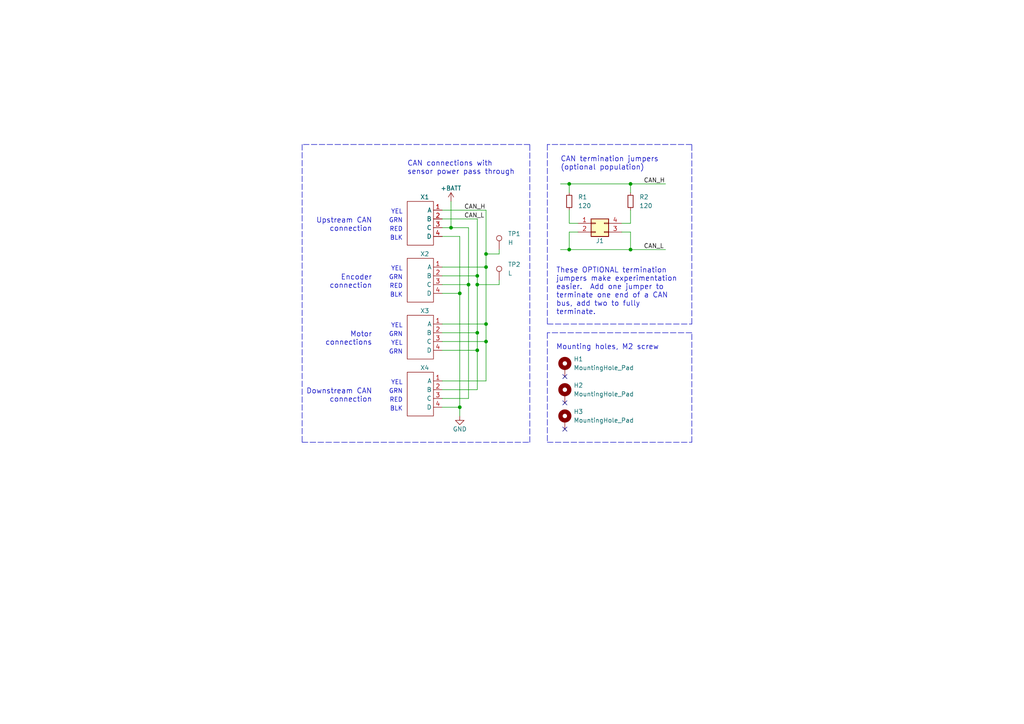
<source format=kicad_sch>
(kicad_sch (version 20211123) (generator eeschema)
  (paper "A4")
  (lib_symbols
    (symbol "Appreciate:WAGO_250-204"
      (property "Reference" "X" (at -1.27 7.62 0))
      (property "Value" "WAGO_250-204" (at -1.27 -7.62 0))
      (symbol "WAGO_250-204_0_1"
        (rectangle (start -5.08 6.35) (end 2.54 -6.35))
      )
      (symbol "WAGO_250-204_1_1"
        (pin bidirectional line (at 5.08 3.81 180) (length 2.54) (name "A") (number "1"))
        (pin bidirectional line (at 5.08 1.27 180) (length 2.54) (name "B") (number "2"))
        (pin bidirectional line (at 5.08 -1.27 180) (length 2.54) (name "C") (number "3"))
        (pin bidirectional line (at 5.08 -3.81 180) (length 2.54) (name "D") (number "4"))
      )
    )
    (symbol "Connector:TestPoint" (pin_numbers hide) (pin_names (offset 0.762) hide)
      (property "Reference" "TP" (at 0 6.858 0))
      (property "Value" "TestPoint" (at 0 5.08 0))
      (symbol "TestPoint_0_1"
        (circle (center 0 3.302) (radius 0.762))
      )
      (symbol "TestPoint_1_1"
        (pin passive line (at 0 0 90) (length 2.54) (name "1") (number "1"))
      )
    )
    (symbol "Connector_Generic:Conn_02x02_Counter_Clockwise" (pin_names (offset 1.016) hide)
      (property "Reference" "J" (at 1.27 2.54 0))
      (property "Value" "Conn_02x02_Counter_Clockwise" (at 1.27 -5.08 0))
      (symbol "Conn_02x02_Counter_Clockwise_1_1"
        (rectangle (start -1.27 -2.413) (end 0 -2.667) (stroke (width 0.1524)))
        (rectangle (start -1.27 0.127) (end 0 -0.127) (stroke (width 0.1524)))
        (rectangle (start -1.27 1.27) (end 3.81 -3.81) (stroke (width 0.254)) (fill (type background)))
        (rectangle (start 3.81 -2.413) (end 2.54 -2.667) (stroke (width 0.1524)))
        (rectangle (start 3.81 0.127) (end 2.54 -0.127) (stroke (width 0.1524)))
        (pin passive line (at -5.08 0 0) (length 3.81) (name "Pin_1") (number "1"))
        (pin passive line (at -5.08 -2.54 0) (length 3.81) (name "Pin_2") (number "2"))
        (pin passive line (at 7.62 -2.54 180) (length 3.81) (name "Pin_3") (number "3"))
        (pin passive line (at 7.62 0 180) (length 3.81) (name "Pin_4") (number "4"))
      )
    )
    (symbol "Device:R_Small" (pin_numbers hide) (pin_names (offset 0.254) hide)
      (property "Reference" "R" (at 0.762 0.508 0))
      (property "Value" "R_Small" (at 0.762 -1.016 0))
      (symbol "R_Small_0_1"
        (rectangle (start -0.762 1.778) (end 0.762 -1.778) (stroke (width 0.2032)))
      )
      (symbol "R_Small_1_1"
        (pin passive line (at 0 2.54 270) (length 0.762) (name "~") (number "1"))
        (pin passive line (at 0 -2.54 90) (length 0.762) (name "~") (number "2"))
      )
    )
    (symbol "Mechanical:MountingHole_Pad" (pin_numbers hide) (pin_names (offset 1.016) hide)
      (property "Reference" "H" (at 0 6.35 0))
      (property "Value" "MountingHole_Pad" (at 0 4.445 0))
      (symbol "MountingHole_Pad_0_1"
        (circle (center 0 1.27) (radius 1.27) (stroke (width 1.27)))
      )
      (symbol "MountingHole_Pad_1_1"
        (pin input line (at 0 -2.54 90) (length 2.54) (name "1") (number "1"))
      )
    )
    (symbol "power:+BATT" (power) (pin_names (offset 0))
      (property "Value" "+BATT" (at 0 3.556 0))
      (symbol "+BATT_0_1"
        (polyline (pts (xy -0.762 1.27) (xy 0 2.54)))
        (polyline (pts (xy 0 0) (xy 0 2.54)))
        (polyline (pts (xy 0 2.54) (xy 0.762 1.27)))
      )
      (symbol "+BATT_1_1"
        (pin power_in line (at 0 0 90) (length 0) hide (name "+BATT") (number "1"))
      )
    )
    (symbol "power:GND" (power) (pin_names (offset 0))
      (property "Value" "GND" (at 0 -3.81 0))
      (symbol "GND_0_1"
        (polyline (pts (xy 0 0) (xy 0 -1.27) (xy 1.27 -1.27) (xy 0 -2.54) (xy -1.27 -1.27) (xy 0 -1.27)))
      )
      (symbol "GND_1_1"
        (pin power_in line (at 0 0 270) (length 0) hide (name "GND") (number "1"))
      )
    )
  )
  (junction (at 182.88 53.34))
  (junction (at 138.43 80.01))
  (junction (at 140.97 99.06))
  (junction (at 138.43 82.55))
  (junction (at 133.35 118.11))
  (junction (at 135.89 82.55))
  (junction (at 140.97 73.66))
  (junction (at 138.43 96.52))
  (junction (at 165.1 72.39))
  (junction (at 138.43 101.6))
  (junction (at 130.81 66.04))
  (junction (at 140.97 77.47))
  (junction (at 140.97 93.98))
  (junction (at 182.88 72.39))
  (junction (at 165.1 53.34))
  (junction (at 133.35 85.09))
  (no_connect (at 163.83 116.84))
  (no_connect (at 163.83 124.46))
  (no_connect (at 163.83 109.22))
  (wire (pts (xy 182.88 72.39) (xy 193.04 72.39)))
  (wire (pts (xy 135.89 82.55) (xy 135.89 115.57)))
  (wire (pts (xy 128.27 60.96) (xy 140.97 60.96)))
  (wire (pts (xy 128.27 101.6) (xy 138.43 101.6)))
  (wire (pts (xy 182.88 64.77) (xy 182.88 60.96)))
  (wire (pts (xy 138.43 80.01) (xy 138.43 82.55)))
  (wire (pts (xy 140.97 77.47) (xy 140.97 93.98)))
  (wire (pts (xy 167.64 64.77) (xy 165.1 64.77)))
  (wire (pts (xy 144.78 72.39) (xy 144.78 73.66)))
  (wire (pts (xy 165.1 72.39) (xy 182.88 72.39)))
  (wire (pts (xy 133.35 118.11) (xy 133.35 120.65)))
  (wire (pts (xy 128.27 113.03) (xy 138.43 113.03)))
  (wire (pts (xy 144.78 81.28) (xy 144.78 82.55)))
  (polyline (pts (xy 200.66 93.98) (xy 200.66 41.91)))
  (wire (pts (xy 128.27 93.98) (xy 140.97 93.98)))
  (wire (pts (xy 140.97 99.06) (xy 140.97 110.49)))
  (wire (pts (xy 138.43 96.52) (xy 138.43 101.6)))
  (wire (pts (xy 128.27 80.01) (xy 138.43 80.01)))
  (wire (pts (xy 138.43 82.55) (xy 138.43 96.52)))
  (wire (pts (xy 138.43 63.5) (xy 138.43 80.01)))
  (wire (pts (xy 180.34 64.77) (xy 182.88 64.77)))
  (wire (pts (xy 162.56 72.39) (xy 165.1 72.39)))
  (wire (pts (xy 128.27 118.11) (xy 133.35 118.11)))
  (wire (pts (xy 182.88 53.34) (xy 182.88 55.88)))
  (wire (pts (xy 165.1 53.34) (xy 165.1 55.88)))
  (polyline (pts (xy 200.66 96.52) (xy 158.75 96.52)))
  (wire (pts (xy 128.27 66.04) (xy 130.81 66.04)))
  (polyline (pts (xy 200.66 41.91) (xy 158.75 41.91)))
  (polyline (pts (xy 158.75 93.98) (xy 200.66 93.98)))
  (wire (pts (xy 140.97 73.66) (xy 144.78 73.66)))
  (polyline (pts (xy 158.75 41.91) (xy 158.75 93.98)))
  (wire (pts (xy 128.27 68.58) (xy 133.35 68.58)))
  (wire (pts (xy 135.89 66.04) (xy 135.89 82.55)))
  (wire (pts (xy 165.1 64.77) (xy 165.1 60.96)))
  (polyline (pts (xy 87.63 41.91) (xy 87.63 128.27)))
  (wire (pts (xy 140.97 60.96) (xy 140.97 73.66)))
  (polyline (pts (xy 200.66 128.27) (xy 200.66 96.52)))
  (wire (pts (xy 165.1 67.31) (xy 165.1 72.39)))
  (wire (pts (xy 128.27 63.5) (xy 138.43 63.5)))
  (wire (pts (xy 128.27 99.06) (xy 140.97 99.06)))
  (polyline (pts (xy 153.67 41.91) (xy 87.63 41.91)))
  (wire (pts (xy 128.27 85.09) (xy 133.35 85.09)))
  (wire (pts (xy 130.81 66.04) (xy 135.89 66.04)))
  (wire (pts (xy 180.34 67.31) (xy 182.88 67.31)))
  (wire (pts (xy 128.27 77.47) (xy 140.97 77.47)))
  (wire (pts (xy 182.88 53.34) (xy 193.04 53.34)))
  (polyline (pts (xy 158.75 128.27) (xy 200.66 128.27)))
  (wire (pts (xy 165.1 53.34) (xy 182.88 53.34)))
  (polyline (pts (xy 158.75 96.52) (xy 158.75 128.27)))
  (polyline (pts (xy 153.67 128.27) (xy 153.67 41.91)))
  (wire (pts (xy 167.64 67.31) (xy 165.1 67.31)))
  (polyline (pts (xy 87.63 128.27) (xy 153.67 128.27)))
  (wire (pts (xy 140.97 93.98) (xy 140.97 99.06)))
  (wire (pts (xy 128.27 96.52) (xy 138.43 96.52)))
  (wire (pts (xy 133.35 68.58) (xy 133.35 85.09)))
  (wire (pts (xy 162.56 53.34) (xy 165.1 53.34)))
  (wire (pts (xy 138.43 101.6) (xy 138.43 113.03)))
  (wire (pts (xy 128.27 115.57) (xy 135.89 115.57)))
  (wire (pts (xy 138.43 82.55) (xy 144.78 82.55)))
  (wire (pts (xy 128.27 110.49) (xy 140.97 110.49)))
  (wire (pts (xy 140.97 73.66) (xy 140.97 77.47)))
  (wire (pts (xy 130.81 58.42) (xy 130.81 66.04)))
  (wire (pts (xy 182.88 67.31) (xy 182.88 72.39)))
  (wire (pts (xy 128.27 82.55) (xy 135.89 82.55)))
  (wire (pts (xy 133.35 85.09) (xy 133.35 118.11)))
  (text "BLK" (at 116.84 119.38 180) (effects (font (size 1.27 1.27)) (justify right bottom)))
  (text "GRN" (at 116.84 114.3 180) (effects (font (size 1.27 1.27)) (justify right bottom)))
  (text "GRN" (at 116.84 102.87 180) (effects (font (size 1.27 1.27)) (justify right bottom)))
  (text "YEL" (at 116.84 95.25 180) (effects (font (size 1.27 1.27)) (justify right bottom)))
  (text "CAN termination jumpers\n(optional population)" (at 162.56 49.53 0) (effects (font (size 1.5 1.5)) (justify left bottom)))
  (text "GRN" (at 116.84 81.28 180) (effects (font (size 1.27 1.27)) (justify right bottom)))
  (text "BLK" (at 116.84 86.36 180) (effects (font (size 1.27 1.27)) (justify right bottom)))
  (text "YEL" (at 116.84 62.23 180) (effects (font (size 1.27 1.27)) (justify right bottom)))
  (text "YEL" (at 116.84 100.33 180) (effects (font (size 1.27 1.27)) (justify right bottom)))
  (text "Encoder\nconnection" (at 107.95 83.82 180) (effects (font (size 1.5 1.5)) (justify right bottom)))
  (text "YEL" (at 116.84 111.76 180) (effects (font (size 1.27 1.27)) (justify right bottom)))
  (text "BLK" (at 116.84 69.85 180) (effects (font (size 1.27 1.27)) (justify right bottom)))
  (text "GRN" (at 116.84 64.77 180) (effects (font (size 1.27 1.27)) (justify right bottom)))
  (text "RED" (at 116.84 116.84 180) (effects (font (size 1.27 1.27)) (justify right bottom)))
  (text "Upstream CAN\nconnection" (at 107.95 67.31 180) (effects (font (size 1.5 1.5)) (justify right bottom)))
  (text "Mounting holes, M2 screw" (at 161.29 101.6 0) (effects (font (size 1.5 1.5)) (justify left bottom)))
  (text "These OPTIONAL termination\njumpers make experimentation\neasier.  Add one jumper to\nterminate one end of a CAN\nbus, add two to fully\nterminate." (at 161.29 91.44 0) (effects (font (size 1.5 1.5)) (justify left bottom)))
  (text "CAN connections with\nsensor power pass through" (at 118.11 50.8 0) (effects (font (size 1.5 1.5)) (justify left bottom)))
  (text "GRN" (at 116.84 97.79 180) (effects (font (size 1.27 1.27)) (justify right bottom)))
  (text "RED" (at 116.84 83.82 180) (effects (font (size 1.27 1.27)) (justify right bottom)))
  (text "RED" (at 116.84 67.31 180) (effects (font (size 1.27 1.27)) (justify right bottom)))
  (text "YEL" (at 116.84 78.74 180) (effects (font (size 1.27 1.27)) (justify right bottom)))
  (text "Motor\nconnections" (at 107.95 100.33 180) (effects (font (size 1.5 1.5)) (justify right bottom)))
  (text "Downstream CAN\nconnection" (at 107.95 116.84 180) (effects (font (size 1.5 1.5)) (justify right bottom)))
  (label "CAN_H" (at 186.69 53.34 0))
  (label "CAN_L" (at 186.69 72.39 0))
  (label "CAN_L" (at 134.62 63.5 0))
  (label "CAN_H" (at 134.62 60.96 0))
  (symbol (lib_id "Mechanical:MountingHole_Pad") (at 163.83 121.92 0) (unit 1)
    (property "Reference" "H3" (at 166.37 119.3799 0) (effects (justify left)))
    (property "Value" "MountingHole_Pad" (at 166.37 121.9199 0) (effects (justify left)))
    (property "Footprint" "MountingHole:MountingHole_2.2mm_M2_Pad" (effects hide))
  )
  (symbol (lib_id "Appreciate:WAGO_250-204") (at 123.19 81.28 0) (unit 1)
    (property "Reference" "X2" (at 123.19 73.66 0))
    (property "Value" "WAGO_250-204" (effects hide))
    (property "Footprint" "Appreciate:WAGO 250-204" (effects hide))
  )
  (symbol (lib_id "Appreciate:WAGO_250-204") (at 123.19 114.3 0) (unit 1)
    (property "Reference" "X4" (at 123.19 106.68 0))
    (property "Value" "WAGO_250-204" (effects hide))
    (property "Footprint" "Appreciate:WAGO 250-204" (effects hide))
  )
  (symbol (lib_id "Connector:TestPoint") (at 144.78 81.28 0) (unit 1)
    (property "Reference" "TP2" (at 147.32 76.7079 0) (effects (justify left)))
    (property "Value" "L" (at 147.32 79.2479 0) (effects (justify left)))
    (property "Footprint" "TestPoint:TestPoint_Pad_D1.5mm" (effects hide))
  )
  (symbol (lib_id "Mechanical:MountingHole_Pad") (at 163.83 106.68 0) (unit 1)
    (property "Reference" "H1" (at 166.37 104.1399 0) (effects (justify left)))
    (property "Value" "MountingHole_Pad" (at 166.37 106.6799 0) (effects (justify left)))
    (property "Footprint" "MountingHole:MountingHole_2.2mm_M2_Pad" (effects hide))
  )
  (symbol (lib_id "power:GND") (at 133.35 120.65 0) (unit 1)
    (property "Reference" "#PWR0102" (effects hide))
    (property "Value" "GND" (at 133.35 124.46 0))
  )
  (symbol (lib_id "Connector_Generic:Conn_02x02_Counter_Clockwise") (at 172.72 64.77 0) (unit 1)
    (property "Reference" "J1" (at 173.99 69.85 0))
    (property "Value" "Conn_02x02_Counter_Clockwise" (effects hide))
    (property "Footprint" "Connector_PinHeader_2.54mm:PinHeader_2x02_P2.54mm_Vertical" (effects hide))
  )
  (symbol (lib_id "Appreciate:WAGO_250-204") (at 123.19 97.79 0) (unit 1)
    (property "Reference" "X3" (at 123.19 90.17 0))
    (property "Value" "WAGO_250-204" (effects hide))
    (property "Footprint" "Appreciate:WAGO 250-204" (effects hide))
  )
  (symbol (lib_id "Appreciate:WAGO_250-204") (at 123.19 64.77 0) (unit 1)
    (property "Reference" "X1" (at 123.19 57.15 0))
    (property "Value" "WAGO_250-204" (effects hide))
    (property "Footprint" "Appreciate:WAGO 250-204" (effects hide))
  )
  (symbol (lib_id "Device:R_Small") (at 182.88 58.42 0) (unit 1)
    (property "Reference" "R2" (at 185.42 57.1499 0) (effects (justify left)))
    (property "Value" "120" (at 185.42 59.6899 0) (effects (justify left)))
    (property "Footprint" "Resistor_SMD:R_0805_2012Metric" (effects hide))
  )
  (symbol (lib_id "power:+BATT") (at 130.81 58.42 0) (unit 1)
    (property "Reference" "#PWR0101" (effects hide))
    (property "Value" "+BATT" (at 130.81 54.61 0))
  )
  (symbol (lib_id "Connector:TestPoint") (at 144.78 72.39 0) (unit 1)
    (property "Reference" "TP1" (at 147.32 67.8179 0) (effects (justify left)))
    (property "Value" "H" (at 147.32 70.3579 0) (effects (justify left)))
    (property "Footprint" "TestPoint:TestPoint_Pad_D1.5mm" (effects hide))
  )
  (symbol (lib_id "Mechanical:MountingHole_Pad") (at 163.83 114.3 0) (unit 1)
    (property "Reference" "H2" (at 166.37 111.7599 0) (effects (justify left)))
    (property "Value" "MountingHole_Pad" (at 166.37 114.2999 0) (effects (justify left)))
    (property "Footprint" "MountingHole:MountingHole_2.2mm_M2_Pad" (effects hide))
  )
  (symbol (lib_id "Device:R_Small") (at 165.1 58.42 0) (unit 1)
    (property "Reference" "R1" (at 167.64 57.1499 0) (effects (justify left)))
    (property "Value" "120" (at 167.64 59.6899 0) (effects (justify left)))
    (property "Footprint" "Resistor_SMD:R_0805_2012Metric" (effects hide))
  )
)
</source>
